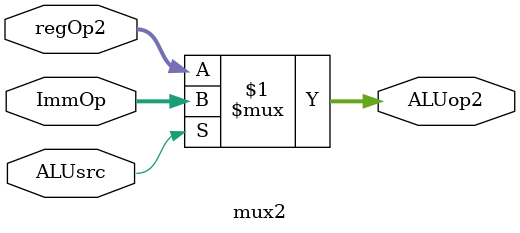
<source format=sv>
module mux2 #(
    parameter ADDRESS_WIDTH = 32
              
)(
    input logic [ADDRESS_WIDTH-1:0] regOp2,    
    input logic [ADDRESS_WIDTH-1:0] ImmOp,
    input logic ALUsrc,
    
    output logic [ADDRESS_WIDTH-1:0] ALUop2

);
    assign ALUop2 = ALUsrc ? ImmOp:regOp2;

endmodule

</source>
